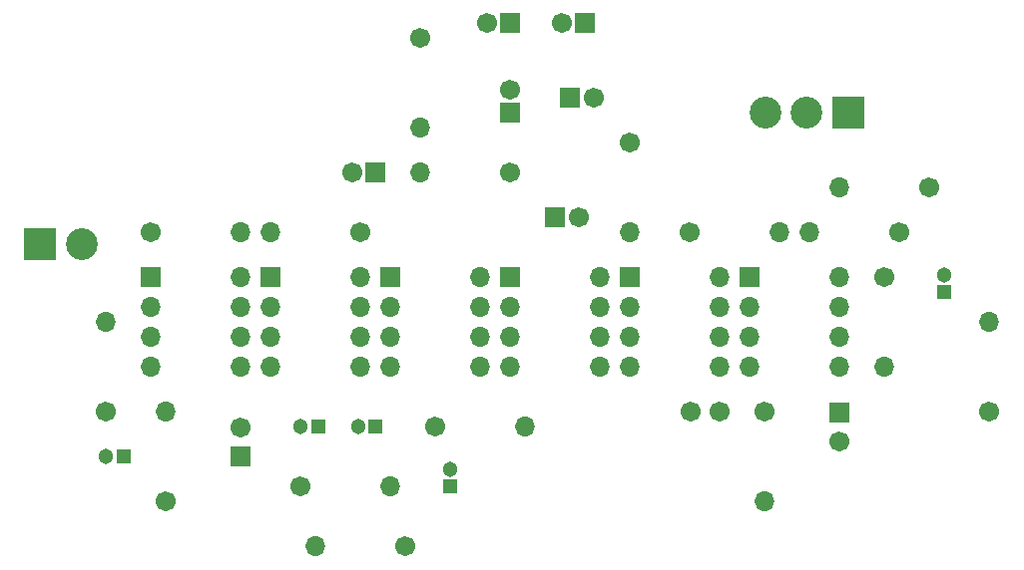
<source format=gbs>
G04 #@! TF.GenerationSoftware,KiCad,Pcbnew,(5.0.0)*
G04 #@! TF.CreationDate,2019-03-26T16:32:36-04:00*
G04 #@! TF.ProjectId,EEG,4545472E6B696361645F706362000000,v01*
G04 #@! TF.SameCoordinates,Original*
G04 #@! TF.FileFunction,Soldermask,Bot*
G04 #@! TF.FilePolarity,Negative*
%FSLAX46Y46*%
G04 Gerber Fmt 4.6, Leading zero omitted, Abs format (unit mm)*
G04 Created by KiCad (PCBNEW (5.0.0)) date 03/26/19 16:32:36*
%MOMM*%
%LPD*%
G01*
G04 APERTURE LIST*
%ADD10C,1.301600*%
%ADD11R,1.301600X1.301600*%
%ADD12R,1.701600X1.701600*%
%ADD13C,1.701600*%
%ADD14O,1.701600X1.701600*%
%ADD15R,2.701600X2.701600*%
%ADD16C,2.701600*%
G04 APERTURE END LIST*
D10*
G04 #@! TO.C,C1*
X83590000Y-97790000D03*
D11*
X85090000Y-97790000D03*
G04 #@! TD*
G04 #@! TO.C,C2*
X63730000Y-100330000D03*
D10*
X62230000Y-100330000D03*
G04 #@! TD*
D12*
G04 #@! TO.C,C3*
X73660000Y-100330000D03*
D13*
X73660000Y-97830000D03*
G04 #@! TD*
D11*
G04 #@! TO.C,C4*
X80240000Y-97790000D03*
D10*
X78740000Y-97790000D03*
G04 #@! TD*
G04 #@! TO.C,C5*
X91440000Y-101370000D03*
D11*
X91440000Y-102870000D03*
G04 #@! TD*
D12*
G04 #@! TO.C,C6*
X101600000Y-69850000D03*
D13*
X103600000Y-69850000D03*
G04 #@! TD*
G04 #@! TO.C,C7*
X96520000Y-69120000D03*
D12*
X96520000Y-71120000D03*
G04 #@! TD*
D13*
G04 #@! TO.C,C8*
X100870000Y-63500000D03*
D12*
X102870000Y-63500000D03*
G04 #@! TD*
G04 #@! TO.C,C9*
X96520000Y-63500000D03*
D13*
X94520000Y-63500000D03*
G04 #@! TD*
D12*
G04 #@! TO.C,C10*
X100330000Y-80010000D03*
D13*
X102330000Y-80010000D03*
G04 #@! TD*
D11*
G04 #@! TO.C,C11*
X133350000Y-86360000D03*
D10*
X133350000Y-84860000D03*
G04 #@! TD*
D13*
G04 #@! TO.C,C12*
X124460000Y-99060000D03*
D12*
X124460000Y-96560000D03*
G04 #@! TD*
D13*
G04 #@! TO.C,C13*
X83090000Y-76200000D03*
D12*
X85090000Y-76200000D03*
G04 #@! TD*
D13*
G04 #@! TO.C,C14*
X114300000Y-96520000D03*
X111800000Y-96520000D03*
G04 #@! TD*
D14*
G04 #@! TO.C,R1*
X86360000Y-102870000D03*
D13*
X78740000Y-102870000D03*
G04 #@! TD*
D14*
G04 #@! TO.C,R2*
X76200000Y-81280000D03*
D13*
X83820000Y-81280000D03*
G04 #@! TD*
G04 #@! TO.C,R3*
X66040000Y-81280000D03*
D14*
X73660000Y-81280000D03*
G04 #@! TD*
G04 #@! TO.C,R4*
X62230000Y-88900000D03*
D13*
X62230000Y-96520000D03*
G04 #@! TD*
G04 #@! TO.C,R5*
X67310000Y-104140000D03*
D14*
X67310000Y-96520000D03*
G04 #@! TD*
D13*
G04 #@! TO.C,R6*
X90170000Y-97790000D03*
D14*
X97790000Y-97790000D03*
G04 #@! TD*
D13*
G04 #@! TO.C,R7*
X96520000Y-76200000D03*
D14*
X88900000Y-76200000D03*
G04 #@! TD*
G04 #@! TO.C,R8*
X119380000Y-81280000D03*
D13*
X111760000Y-81280000D03*
G04 #@! TD*
D14*
G04 #@! TO.C,R9*
X80010000Y-107950000D03*
D13*
X87630000Y-107950000D03*
G04 #@! TD*
G04 #@! TO.C,R10*
X88900000Y-64770000D03*
D14*
X88900000Y-72390000D03*
G04 #@! TD*
G04 #@! TO.C,R11*
X121920000Y-81280000D03*
D13*
X129540000Y-81280000D03*
G04 #@! TD*
D14*
G04 #@! TO.C,R12*
X106680000Y-81280000D03*
D13*
X106680000Y-73660000D03*
G04 #@! TD*
G04 #@! TO.C,R13*
X118110000Y-96520000D03*
D14*
X118110000Y-104140000D03*
G04 #@! TD*
D13*
G04 #@! TO.C,R14*
X128270000Y-85090000D03*
D14*
X128270000Y-92710000D03*
G04 #@! TD*
G04 #@! TO.C,R15*
X137160000Y-88900000D03*
D13*
X137160000Y-96520000D03*
G04 #@! TD*
G04 #@! TO.C,R16*
X132080000Y-77470000D03*
D14*
X124460000Y-77470000D03*
G04 #@! TD*
G04 #@! TO.C,U1*
X73660000Y-85090000D03*
X66040000Y-92710000D03*
X73660000Y-87630000D03*
X66040000Y-90170000D03*
X73660000Y-90170000D03*
X66040000Y-87630000D03*
X73660000Y-92710000D03*
D12*
X66040000Y-85090000D03*
G04 #@! TD*
G04 #@! TO.C,U2*
X86360000Y-85090000D03*
D14*
X93980000Y-92710000D03*
X86360000Y-87630000D03*
X93980000Y-90170000D03*
X86360000Y-90170000D03*
X93980000Y-87630000D03*
X86360000Y-92710000D03*
X93980000Y-85090000D03*
G04 #@! TD*
G04 #@! TO.C,U3*
X83820000Y-85090000D03*
X76200000Y-92710000D03*
X83820000Y-87630000D03*
X76200000Y-90170000D03*
X83820000Y-90170000D03*
X76200000Y-87630000D03*
X83820000Y-92710000D03*
D12*
X76200000Y-85090000D03*
G04 #@! TD*
D14*
G04 #@! TO.C,U4*
X104140000Y-85090000D03*
X96520000Y-92710000D03*
X104140000Y-87630000D03*
X96520000Y-90170000D03*
X104140000Y-90170000D03*
X96520000Y-87630000D03*
X104140000Y-92710000D03*
D12*
X96520000Y-85090000D03*
G04 #@! TD*
G04 #@! TO.C,U5*
X106680000Y-85090000D03*
D14*
X114300000Y-92710000D03*
X106680000Y-87630000D03*
X114300000Y-90170000D03*
X106680000Y-90170000D03*
X114300000Y-87630000D03*
X106680000Y-92710000D03*
X114300000Y-85090000D03*
G04 #@! TD*
D12*
G04 #@! TO.C,U6*
X116840000Y-85090000D03*
D14*
X124460000Y-92710000D03*
X116840000Y-87630000D03*
X124460000Y-90170000D03*
X116840000Y-90170000D03*
X124460000Y-87630000D03*
X116840000Y-92710000D03*
X124460000Y-85090000D03*
G04 #@! TD*
D15*
G04 #@! TO.C,J1*
X56642000Y-82296000D03*
D16*
X60142000Y-82296000D03*
G04 #@! TD*
D15*
G04 #@! TO.C,J2*
X125166000Y-71120000D03*
D16*
X121666000Y-71120000D03*
X118166000Y-71120000D03*
G04 #@! TD*
M02*

</source>
